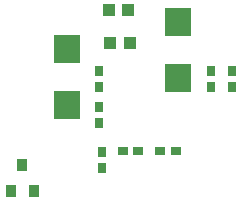
<source format=gbp>
%FSLAX23Y23*%
%MOIN*%
G70*
G01*
G75*
G04 Layer_Color=128*
G04 Layer_Color=128*
%ADD10R,0.028X0.035*%
%ADD11R,0.035X0.028*%
%ADD12R,0.043X0.039*%
%ADD13R,0.073X0.039*%
%ADD14O,0.150X0.079*%
%ADD15R,0.055X0.031*%
%ADD16R,0.057X0.022*%
%ADD17R,0.057X0.022*%
%ADD18R,0.035X0.017*%
%ADD19O,0.035X0.017*%
%ADD20R,0.040X0.012*%
%ADD21O,0.040X0.012*%
%ADD22C,0.009*%
%ADD23C,0.220*%
%ADD24C,0.059*%
%ADD25R,0.059X0.059*%
%ADD26C,0.060*%
%ADD27R,0.060X0.060*%
%ADD28C,0.024*%
%ADD29R,0.087X0.098*%
%ADD30R,0.087X0.098*%
%ADD31R,0.037X0.039*%
%ADD32C,0.004*%
%ADD33C,0.008*%
%ADD34C,0.010*%
%ADD35C,0.005*%
%ADD36C,0.006*%
%ADD37C,0.010*%
D10*
X-164Y-206D02*
D03*
Y-154D02*
D03*
X-175Y-4D02*
D03*
Y-56D02*
D03*
Y116D02*
D03*
Y64D02*
D03*
X270D02*
D03*
Y116D02*
D03*
X200Y64D02*
D03*
Y116D02*
D03*
D11*
X81Y-150D02*
D03*
X30D02*
D03*
X-44D02*
D03*
X-95D02*
D03*
D12*
X-138Y210D02*
D03*
X-72D02*
D03*
X-143Y320D02*
D03*
X-77D02*
D03*
D29*
X-280Y190D02*
D03*
X90Y280D02*
D03*
D30*
X-280Y5D02*
D03*
X90Y95D02*
D03*
D31*
X-430Y-196D02*
D03*
X-467Y-284D02*
D03*
X-393D02*
D03*
M02*

</source>
